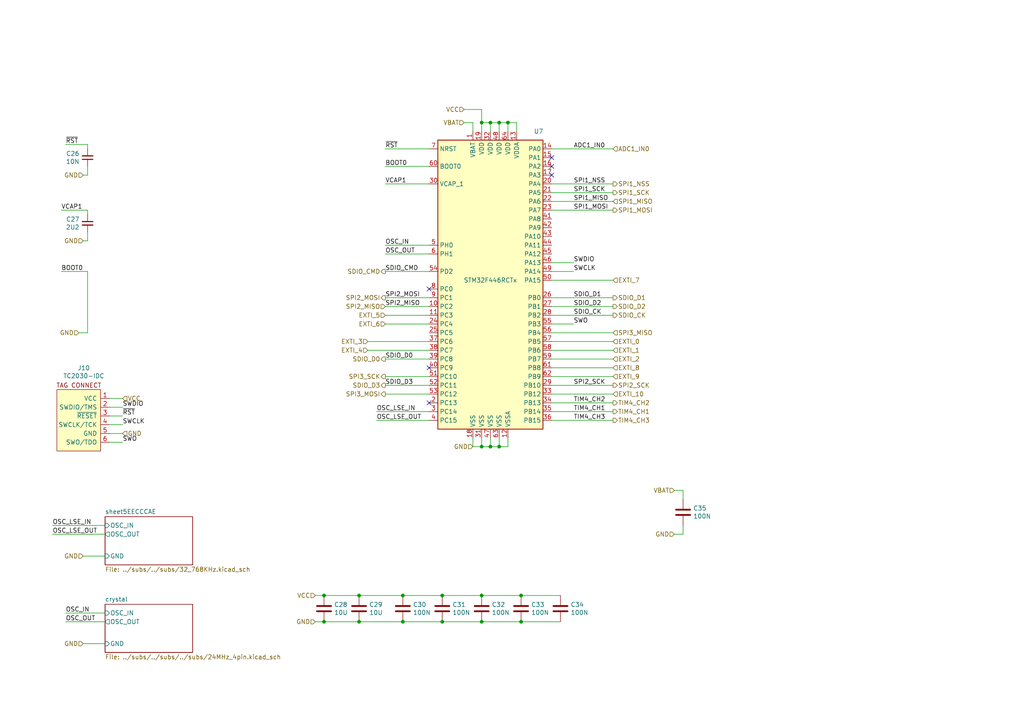
<source format=kicad_sch>
(kicad_sch (version 20211123) (generator eeschema)
  (paper "A4")
  (lib_symbols
    (symbol "Device:C" (pin_numbers hide) (pin_names (offset 0.254))
      (property "Reference" "C" (at 0.635 2.54 0))
      (property "Value" "C" (at 0.635 -2.54 0))
      (symbol "C_0_1"
        (polyline (pts (xy -2.032 -0.762) (xy 2.032 -0.762)) (stroke (width 0.508)))
        (polyline (pts (xy -2.032 0.762) (xy 2.032 0.762)) (stroke (width 0.508)))
      )
      (symbol "C_1_1"
        (pin passive line (at 0 3.81 270) (length 2.794) (name "~") (number "1"))
        (pin passive line (at 0 -3.81 90) (length 2.794) (name "~") (number "2"))
      )
    )
    (symbol "Device:C_Small" (pin_numbers hide) (pin_names (offset 0.254) hide)
      (property "Reference" "C" (at 0.254 1.778 0))
      (property "Value" "C_Small" (at 0.254 -2.032 0))
      (symbol "C_Small_0_1"
        (polyline (pts (xy -1.524 -0.508) (xy 1.524 -0.508)) (stroke (width 0.3302)))
        (polyline (pts (xy -1.524 0.508) (xy 1.524 0.508)) (stroke (width 0.3048)))
      )
      (symbol "C_Small_1_1"
        (pin passive line (at 0 2.54 270) (length 2.032) (name "~") (number "1"))
        (pin passive line (at 0 -2.54 90) (length 2.032) (name "~") (number "2"))
      )
    )
    (symbol "william_connectors:TC2030-IDC" (pin_names (offset 1.016))
      (property "Reference" "J" (at 10.16 -8.89 0))
      (property "Value" "TC2030-IDC" (at 1.27 -10.16 0))
      (symbol "TC2030-IDC_0_0"
        (text "TAG CONNECT" (at 1.27 10.16 0) (effects (font (size 1.27 1.27))))
      )
      (symbol "TC2030-IDC_0_1"
        (rectangle (start -5.08 -8.89) (end 7.62 8.89) (fill (type background)))
      )
      (symbol "TC2030-IDC_1_1"
        (pin power_in line (at -7.62 6.35 0) (length 2.54) (name "VCC") (number "1"))
        (pin bidirectional line (at -7.62 3.81 0) (length 2.54) (name "SWDIO/TMS") (number "2"))
        (pin output line (at -7.62 1.27 0) (length 2.54) (name "~{RESET}") (number "3"))
        (pin output line (at -7.62 -1.27 0) (length 2.54) (name "SWCLK/TCK") (number "4"))
        (pin power_in line (at -7.62 -3.81 0) (length 2.54) (name "GND") (number "5"))
        (pin input line (at -7.62 -6.35 0) (length 2.54) (name "SWO/TDO") (number "6"))
      )
    )
    (symbol "william_microcontrollers:STM32F446RCTx"
      (property "Reference" "U" (at -15.24 41.91 0))
      (property "Value" "STM32F446RCTx" (at 10.16 41.91 0))
      (symbol "STM32F446RCTx_0_1"
        (rectangle (start -15.24 -43.18) (end 15.24 40.64) (stroke (width 0.254)) (fill (type background)))
      )
      (symbol "STM32F446RCTx_1_1"
        (pin power_in line (at -5.08 43.18 270) (length 2.54) (name "VBAT") (number "1"))
        (pin tri_state line (at -17.78 -7.62 0) (length 2.54) (name "PC2") (number "10"))
        (pin tri_state line (at -17.78 -10.16 0) (length 2.54) (name "PC3") (number "11"))
        (pin power_in line (at 5.08 -45.72 90) (length 2.54) (name "VSSA") (number "12"))
        (pin power_in line (at 7.62 43.18 270) (length 2.54) (name "VDDA") (number "13"))
        (pin tri_state line (at 17.78 38.1 180) (length 2.54) (name "PA0") (number "14"))
        (pin tri_state line (at 17.78 35.56 180) (length 2.54) (name "PA1") (number "15"))
        (pin tri_state line (at 17.78 33.02 180) (length 2.54) (name "PA2") (number "16"))
        (pin tri_state line (at 17.78 30.48 180) (length 2.54) (name "PA3") (number "17"))
        (pin power_in line (at -5.08 -45.72 90) (length 2.54) (name "VSS") (number "18"))
        (pin power_in line (at -2.54 43.18 270) (length 2.54) (name "VDD") (number "19"))
        (pin tri_state line (at -17.78 -35.56 0) (length 2.54) (name "PC13") (number "2"))
        (pin tri_state line (at 17.78 27.94 180) (length 2.54) (name "PA4") (number "20"))
        (pin tri_state line (at 17.78 25.4 180) (length 2.54) (name "PA5") (number "21"))
        (pin tri_state line (at 17.78 22.86 180) (length 2.54) (name "PA6") (number "22"))
        (pin tri_state line (at 17.78 20.32 180) (length 2.54) (name "PA7") (number "23"))
        (pin tri_state line (at -17.78 -12.7 0) (length 2.54) (name "PC4") (number "24"))
        (pin tri_state line (at -17.78 -15.24 0) (length 2.54) (name "PC5") (number "25"))
        (pin tri_state line (at 17.78 -5.08 180) (length 2.54) (name "PB0") (number "26"))
        (pin tri_state line (at 17.78 -7.62 180) (length 2.54) (name "PB1") (number "27"))
        (pin tri_state line (at 17.78 -10.16 180) (length 2.54) (name "PB2") (number "28"))
        (pin tri_state line (at 17.78 -30.48 180) (length 2.54) (name "PB10") (number "29"))
        (pin tri_state line (at -17.78 -38.1 0) (length 2.54) (name "PC14") (number "3"))
        (pin power_out line (at -17.78 27.94 0) (length 2.54) (name "VCAP_1") (number "30"))
        (pin power_in line (at -2.54 -45.72 90) (length 2.54) (name "VSS") (number "31"))
        (pin power_in line (at 0 43.18 270) (length 2.54) (name "VDD") (number "32"))
        (pin tri_state line (at 17.78 -33.02 180) (length 2.54) (name "PB12") (number "33"))
        (pin tri_state line (at 17.78 -35.56 180) (length 2.54) (name "PB13") (number "34"))
        (pin tri_state line (at 17.78 -38.1 180) (length 2.54) (name "PB14") (number "35"))
        (pin tri_state line (at 17.78 -40.64 180) (length 2.54) (name "PB15") (number "36"))
        (pin tri_state line (at -17.78 -17.78 0) (length 2.54) (name "PC6") (number "37"))
        (pin tri_state line (at -17.78 -20.32 0) (length 2.54) (name "PC7") (number "38"))
        (pin tri_state line (at -17.78 -22.86 0) (length 2.54) (name "PC8") (number "39"))
        (pin tri_state line (at -17.78 -40.64 0) (length 2.54) (name "PC15") (number "4"))
        (pin tri_state line (at -17.78 -25.4 0) (length 2.54) (name "PC9") (number "40"))
        (pin tri_state line (at 17.78 17.78 180) (length 2.54) (name "PA8") (number "41"))
        (pin tri_state line (at 17.78 15.24 180) (length 2.54) (name "PA9") (number "42"))
        (pin tri_state line (at 17.78 12.7 180) (length 2.54) (name "PA10") (number "43"))
        (pin tri_state line (at 17.78 10.16 180) (length 2.54) (name "PA11") (number "44"))
        (pin tri_state line (at 17.78 7.62 180) (length 2.54) (name "PA12") (number "45"))
        (pin tri_state line (at 17.78 5.08 180) (length 2.54) (name "PA13") (number "46"))
        (pin power_in line (at 0 -45.72 90) (length 2.54) (name "VSS") (number "47"))
        (pin power_in line (at 2.54 43.18 270) (length 2.54) (name "VDD") (number "48"))
        (pin tri_state line (at 17.78 2.54 180) (length 2.54) (name "PA14") (number "49"))
        (pin tri_state line (at -17.78 10.16 0) (length 2.54) (name "PH0") (number "5"))
        (pin tri_state line (at 17.78 0 180) (length 2.54) (name "PA15") (number "50"))
        (pin tri_state line (at -17.78 -27.94 0) (length 2.54) (name "PC10") (number "51"))
        (pin tri_state line (at -17.78 -30.48 0) (length 2.54) (name "PC11") (number "52"))
        (pin tri_state line (at -17.78 -33.02 0) (length 2.54) (name "PC12") (number "53"))
        (pin tri_state line (at -17.78 2.54 0) (length 2.54) (name "PD2") (number "54"))
        (pin tri_state line (at 17.78 -12.7 180) (length 2.54) (name "PB3") (number "55"))
        (pin tri_state line (at 17.78 -15.24 180) (length 2.54) (name "PB4") (number "56"))
        (pin tri_state line (at 17.78 -17.78 180) (length 2.54) (name "PB5") (number "57"))
        (pin tri_state line (at 17.78 -20.32 180) (length 2.54) (name "PB6") (number "58"))
        (pin tri_state line (at 17.78 -22.86 180) (length 2.54) (name "PB7") (number "59"))
        (pin tri_state line (at -17.78 7.62 0) (length 2.54) (name "PH1") (number "6"))
        (pin input line (at -17.78 33.02 0) (length 2.54) (name "BOOT0") (number "60"))
        (pin passive line (at 17.78 -25.4 180) (length 2.54) (name "PB8") (number "61"))
        (pin tri_state line (at 17.78 -27.94 180) (length 2.54) (name "PB9") (number "62"))
        (pin power_in line (at 2.54 -45.72 90) (length 2.54) (name "VSS") (number "63"))
        (pin power_in line (at 5.08 43.18 270) (length 2.54) (name "VDD") (number "64"))
        (pin input line (at -17.78 38.1 0) (length 2.54) (name "NRST") (number "7"))
        (pin tri_state line (at -17.78 -2.54 0) (length 2.54) (name "PC0") (number "8"))
        (pin tri_state line (at -17.78 -5.08 0) (length 2.54) (name "PC1") (number "9"))
      )
    )
  )
  (junction (at 93.98 180.34))
  (junction (at 139.7 180.34))
  (junction (at 116.84 172.72))
  (junction (at 104.14 172.72))
  (junction (at 142.24 35.56))
  (junction (at 139.7 35.56))
  (junction (at 116.84 180.34))
  (junction (at 139.7 129.54))
  (junction (at 128.27 172.72))
  (junction (at 144.78 35.56))
  (junction (at 93.98 172.72))
  (junction (at 151.13 172.72))
  (junction (at 128.27 180.34))
  (junction (at 104.14 180.34))
  (junction (at 147.32 35.56))
  (junction (at 142.24 129.54))
  (junction (at 139.7 172.72))
  (junction (at 144.78 129.54))
  (junction (at 151.13 180.34))
  (no_connect (at 124.46 83.82))
  (no_connect (at 124.46 116.84))
  (no_connect (at 160.02 50.8))
  (no_connect (at 124.46 106.68))
  (no_connect (at 160.02 48.26))
  (no_connect (at 160.02 45.72))
  (wire (pts (xy 25.4 60.96) (xy 17.78 60.96)))
  (wire (pts (xy 198.12 154.94) (xy 198.12 152.4)))
  (wire (pts (xy 24.13 50.8) (xy 25.4 50.8)))
  (wire (pts (xy 160.02 121.92) (xy 177.8 121.92)))
  (wire (pts (xy 160.02 60.96) (xy 177.8 60.96)))
  (wire (pts (xy 144.78 129.54) (xy 144.78 127)))
  (wire (pts (xy 31.75 118.11) (xy 35.56 118.11)))
  (wire (pts (xy 177.8 109.22) (xy 160.02 109.22)))
  (wire (pts (xy 31.75 120.65) (xy 35.56 120.65)))
  (wire (pts (xy 104.14 180.34) (xy 116.84 180.34)))
  (wire (pts (xy 93.98 172.72) (xy 104.14 172.72)))
  (wire (pts (xy 24.13 161.29) (xy 30.48 161.29)))
  (wire (pts (xy 111.76 78.74) (xy 124.46 78.74)))
  (wire (pts (xy 22.86 96.52) (xy 25.4 96.52)))
  (wire (pts (xy 111.76 53.34) (xy 124.46 53.34)))
  (wire (pts (xy 111.76 104.14) (xy 124.46 104.14)))
  (wire (pts (xy 177.8 114.3) (xy 160.02 114.3)))
  (wire (pts (xy 25.4 78.74) (xy 25.4 96.52)))
  (wire (pts (xy 160.02 55.88) (xy 177.8 55.88)))
  (wire (pts (xy 160.02 53.34) (xy 177.8 53.34)))
  (wire (pts (xy 91.44 180.34) (xy 93.98 180.34)))
  (wire (pts (xy 142.24 129.54) (xy 144.78 129.54)))
  (wire (pts (xy 124.46 99.06) (xy 106.68 99.06)))
  (wire (pts (xy 93.98 180.34) (xy 104.14 180.34)))
  (wire (pts (xy 177.8 96.52) (xy 160.02 96.52)))
  (wire (pts (xy 160.02 43.18) (xy 177.8 43.18)))
  (wire (pts (xy 142.24 35.56) (xy 142.24 38.1)))
  (wire (pts (xy 17.78 78.74) (xy 25.4 78.74)))
  (wire (pts (xy 116.84 172.72) (xy 128.27 172.72)))
  (wire (pts (xy 144.78 129.54) (xy 147.32 129.54)))
  (wire (pts (xy 142.24 129.54) (xy 142.24 127)))
  (wire (pts (xy 109.22 119.38) (xy 124.46 119.38)))
  (wire (pts (xy 137.16 129.54) (xy 139.7 129.54)))
  (wire (pts (xy 104.14 172.72) (xy 116.84 172.72)))
  (wire (pts (xy 147.32 35.56) (xy 149.86 35.56)))
  (wire (pts (xy 25.4 62.23) (xy 25.4 60.96)))
  (wire (pts (xy 124.46 88.9) (xy 111.76 88.9)))
  (wire (pts (xy 24.13 69.85) (xy 25.4 69.85)))
  (wire (pts (xy 147.32 129.54) (xy 147.32 127)))
  (wire (pts (xy 111.76 93.98) (xy 124.46 93.98)))
  (wire (pts (xy 111.76 109.22) (xy 124.46 109.22)))
  (wire (pts (xy 198.12 144.78) (xy 198.12 142.24)))
  (wire (pts (xy 142.24 35.56) (xy 144.78 35.56)))
  (wire (pts (xy 128.27 172.72) (xy 139.7 172.72)))
  (wire (pts (xy 111.76 91.44) (xy 124.46 91.44)))
  (wire (pts (xy 139.7 129.54) (xy 139.7 127)))
  (wire (pts (xy 24.13 186.69) (xy 30.48 186.69)))
  (wire (pts (xy 147.32 35.56) (xy 147.32 38.1)))
  (wire (pts (xy 19.05 177.8) (xy 30.48 177.8)))
  (wire (pts (xy 25.4 50.8) (xy 25.4 48.26)))
  (wire (pts (xy 149.86 35.56) (xy 149.86 38.1)))
  (wire (pts (xy 111.76 111.76) (xy 124.46 111.76)))
  (wire (pts (xy 35.56 123.19) (xy 31.75 123.19)))
  (wire (pts (xy 177.8 81.28) (xy 160.02 81.28)))
  (wire (pts (xy 25.4 67.31) (xy 25.4 69.85)))
  (wire (pts (xy 144.78 35.56) (xy 147.32 35.56)))
  (wire (pts (xy 111.76 86.36) (xy 124.46 86.36)))
  (wire (pts (xy 137.16 35.56) (xy 137.16 38.1)))
  (wire (pts (xy 160.02 119.38) (xy 177.8 119.38)))
  (wire (pts (xy 35.56 128.27) (xy 31.75 128.27)))
  (wire (pts (xy 160.02 116.84) (xy 177.8 116.84)))
  (wire (pts (xy 160.02 99.06) (xy 177.8 99.06)))
  (wire (pts (xy 111.76 71.12) (xy 124.46 71.12)))
  (wire (pts (xy 139.7 172.72) (xy 151.13 172.72)))
  (wire (pts (xy 160.02 58.42) (xy 177.8 58.42)))
  (wire (pts (xy 25.4 41.91) (xy 25.4 43.18)))
  (wire (pts (xy 144.78 35.56) (xy 144.78 38.1)))
  (wire (pts (xy 139.7 31.75) (xy 134.62 31.75)))
  (wire (pts (xy 124.46 73.66) (xy 111.76 73.66)))
  (wire (pts (xy 15.24 152.4) (xy 30.48 152.4)))
  (wire (pts (xy 15.24 154.94) (xy 30.48 154.94)))
  (wire (pts (xy 139.7 35.56) (xy 139.7 38.1)))
  (wire (pts (xy 160.02 88.9) (xy 177.8 88.9)))
  (wire (pts (xy 160.02 111.76) (xy 177.8 111.76)))
  (wire (pts (xy 160.02 86.36) (xy 177.8 86.36)))
  (wire (pts (xy 198.12 142.24) (xy 195.58 142.24)))
  (wire (pts (xy 19.05 180.34) (xy 30.48 180.34)))
  (wire (pts (xy 111.76 48.26) (xy 124.46 48.26)))
  (wire (pts (xy 166.37 78.74) (xy 160.02 78.74)))
  (wire (pts (xy 139.7 129.54) (xy 142.24 129.54)))
  (wire (pts (xy 35.56 115.57) (xy 31.75 115.57)))
  (wire (pts (xy 124.46 114.3) (xy 111.76 114.3)))
  (wire (pts (xy 109.22 121.92) (xy 124.46 121.92)))
  (wire (pts (xy 128.27 180.34) (xy 139.7 180.34)))
  (wire (pts (xy 111.76 43.18) (xy 124.46 43.18)))
  (wire (pts (xy 124.46 101.6) (xy 106.68 101.6)))
  (wire (pts (xy 166.37 76.2) (xy 160.02 76.2)))
  (wire (pts (xy 160.02 91.44) (xy 177.8 91.44)))
  (wire (pts (xy 137.16 127) (xy 137.16 129.54)))
  (wire (pts (xy 134.62 35.56) (xy 137.16 35.56)))
  (wire (pts (xy 195.58 154.94) (xy 198.12 154.94)))
  (wire (pts (xy 116.84 180.34) (xy 128.27 180.34)))
  (wire (pts (xy 160.02 104.14) (xy 177.8 104.14)))
  (wire (pts (xy 139.7 180.34) (xy 151.13 180.34)))
  (wire (pts (xy 19.05 41.91) (xy 25.4 41.91)))
  (wire (pts (xy 160.02 101.6) (xy 177.8 101.6)))
  (wire (pts (xy 151.13 172.72) (xy 162.56 172.72)))
  (wire (pts (xy 151.13 180.34) (xy 162.56 180.34)))
  (wire (pts (xy 91.44 172.72) (xy 93.98 172.72)))
  (wire (pts (xy 139.7 31.75) (xy 139.7 35.56)))
  (wire (pts (xy 177.8 106.68) (xy 160.02 106.68)))
  (wire (pts (xy 31.75 125.73) (xy 35.56 125.73)))
  (wire (pts (xy 139.7 35.56) (xy 142.24 35.56)))
  (wire (pts (xy 166.37 93.98) (xy 160.02 93.98)))
  (label "SWCLK" (at 166.37 78.74 0))
  (label "SWO" (at 166.37 93.98 0))
  (label "VCAP1" (at 111.76 53.34 0))
  (label "OSC_LSE_OUT" (at 15.24 154.94 0))
  (label "SPI2_SCK" (at 166.37 111.76 0))
  (label "ADC1_IN0" (at 166.37 43.18 0))
  (label "SPI2_MOSI" (at 111.76 86.36 0))
  (label "SWDIO" (at 166.37 76.2 0))
  (label "SPI2_MISO" (at 111.76 88.9 0))
  (label "OSC_LSE_IN" (at 109.22 119.38 0))
  (label "SDIO_CMD" (at 111.76 78.74 0))
  (label "TIM4_CH1" (at 166.37 119.38 0))
  (label "SPI1_MOSI" (at 166.37 60.96 0))
  (label "SDIO_D3" (at 111.76 111.76 0))
  (label "OSC_OUT" (at 111.76 73.66 0))
  (label "SWCLK" (at 35.56 123.19 0))
  (label "~{RST}" (at 111.76 43.18 0))
  (label "SPI1_SCK" (at 166.37 55.88 0))
  (label "TIM4_CH3" (at 166.37 121.92 0))
  (label "OSC_IN" (at 111.76 71.12 0))
  (label "~{RST}" (at 35.56 120.65 0))
  (label "SDIO_D1" (at 166.37 86.36 0))
  (label "VCAP1" (at 17.78 60.96 0))
  (label "TIM4_CH2" (at 166.37 116.84 0))
  (label "SDIO_D2" (at 166.37 88.9 0))
  (label "SPI1_MISO" (at 166.37 58.42 0))
  (label "~{RST}" (at 19.05 41.91 0))
  (label "SWO" (at 35.56 128.27 0))
  (label "SWDIO" (at 35.56 118.11 0))
  (label "SDIO_D0" (at 111.76 104.14 0))
  (label "SPI1_NSS" (at 166.37 53.34 0))
  (label "BOOT0" (at 17.78 78.74 0))
  (label "OSC_LSE_IN" (at 15.24 152.4 0))
  (label "BOOT0" (at 111.76 48.26 0))
  (label "OSC_OUT" (at 19.05 180.34 0))
  (label "OSC_IN" (at 19.05 177.8 0))
  (label "SDIO_CK" (at 166.37 91.44 0))
  (label "OSC_LSE_OUT" (at 109.22 121.92 0))
  (hierarchical_label "GND" (shape input) (at 91.44 180.34 180))
  (hierarchical_label "SPI1_MOSI" (shape output) (at 177.8 60.96 0))
  (hierarchical_label "EXTI_0" (shape input) (at 177.8 99.06 0))
  (hierarchical_label "GND" (shape input) (at 137.16 129.54 180))
  (hierarchical_label "VCC" (shape input) (at 134.62 31.75 180))
  (hierarchical_label "EXTI_8" (shape input) (at 177.8 106.68 0))
  (hierarchical_label "SPI3_MISO" (shape input) (at 177.8 96.52 0))
  (hierarchical_label "EXTI_6" (shape input) (at 111.76 93.98 180))
  (hierarchical_label "EXTI_10" (shape input) (at 177.8 114.3 0))
  (hierarchical_label "SPI1_MISO" (shape input) (at 177.8 58.42 0))
  (hierarchical_label "VCC" (shape input) (at 91.44 172.72 180))
  (hierarchical_label "SDIO_CMD" (shape output) (at 111.76 78.74 180))
  (hierarchical_label "SPI2_MISO" (shape input) (at 111.76 88.9 180))
  (hierarchical_label "SDIO_D0" (shape output) (at 111.76 104.14 180))
  (hierarchical_label "EXTI_5" (shape input) (at 111.76 91.44 180))
  (hierarchical_label "EXTI_3" (shape input) (at 106.68 99.06 180))
  (hierarchical_label "EXTI_1" (shape input) (at 177.8 101.6 0))
  (hierarchical_label "SDIO_D1" (shape output) (at 177.8 86.36 0))
  (hierarchical_label "GND" (shape input) (at 24.13 50.8 180))
  (hierarchical_label "SPI2_MOSI" (shape output) (at 111.76 86.36 180))
  (hierarchical_label "TIM4_CH3" (shape output) (at 177.8 121.92 0))
  (hierarchical_label "TIM4_CH2" (shape output) (at 177.8 116.84 0))
  (hierarchical_label "GND" (shape input) (at 24.13 161.29 180))
  (hierarchical_label "SDIO_CK" (shape output) (at 177.8 91.44 0))
  (hierarchical_label "EXTI_4" (shape input) (at 106.68 101.6 180))
  (hierarchical_label "GND" (shape input) (at 24.13 186.69 180))
  (hierarchical_label "VCC" (shape input) (at 35.56 115.57 0))
  (hierarchical_label "VBAT" (shape input) (at 195.58 142.24 180))
  (hierarchical_label "SPI1_SCK" (shape output) (at 177.8 55.88 0))
  (hierarchical_label "SPI2_SCK" (shape output) (at 177.8 111.76 0))
  (hierarchical_label "EXTI_7" (shape input) (at 177.8 81.28 0))
  (hierarchical_label "SPI1_NSS" (shape output) (at 177.8 53.34 0))
  (hierarchical_label "SDIO_D3" (shape output) (at 111.76 111.76 180))
  (hierarchical_label "SDIO_D2" (shape output) (at 177.8 88.9 0))
  (hierarchical_label "GND" (shape input) (at 195.58 154.94 180))
  (hierarchical_label "SPI3_SCK" (shape output) (at 111.76 109.22 180))
  (hierarchical_label "GND" (shape input) (at 35.56 125.73 0))
  (hierarchical_label "GND" (shape input) (at 24.13 69.85 180))
  (hierarchical_label "TIM4_CH1" (shape output) (at 177.8 119.38 0))
  (hierarchical_label "ADC1_IN0" (shape input) (at 177.8 43.18 0))
  (hierarchical_label "EXTI_9" (shape input) (at 177.8 109.22 0))
  (hierarchical_label "VBAT" (shape input) (at 134.62 35.56 180))
  (hierarchical_label "EXTI_2" (shape input) (at 177.8 104.14 0))
  (hierarchical_label "GND" (shape input) (at 22.86 96.52 180))
  (hierarchical_label "SPI3_MOSI" (shape output) (at 111.76 114.3 180))
  (symbol (lib_id "Device:C_Small") (at 25.4 64.77 0) (mirror y) (unit 1)
    (property "Reference" "C27" (at 23.0632 63.6016 0) (effects (justify left)))
    (property "Value" "2U2" (at 23.0632 65.913 0) (effects (justify left)))
    (property "Footprint" "Capacitor_SMD:C_0805_2012Metric" (effects hide))
  )
  (symbol (lib_id "Device:C") (at 104.14 176.53 0) (unit 1)
    (property "Reference" "C29" (at 107.061 175.3616 0) (effects (justify left)))
    (property "Value" "10U" (at 107.061 177.673 0) (effects (justify left)))
    (property "Footprint" "Capacitor_SMD:C_0805_2012Metric" (effects hide))
  )
  (symbol (lib_id "Device:C") (at 116.84 176.53 0) (unit 1)
    (property "Reference" "C30" (at 119.761 175.3616 0) (effects (justify left)))
    (property "Value" "100N" (at 119.761 177.673 0) (effects (justify left)))
    (property "Footprint" "Capacitor_SMD:C_0603_1608Metric" (effects hide))
  )
  (symbol (lib_id "Device:C") (at 93.98 176.53 0) (unit 1)
    (property "Reference" "C28" (at 96.901 175.3616 0) (effects (justify left)))
    (property "Value" "10U" (at 96.901 177.673 0) (effects (justify left)))
    (property "Footprint" "Capacitor_SMD:C_0805_2012Metric" (effects hide))
  )
  (symbol (lib_id "Device:C_Small") (at 25.4 45.72 0) (mirror x) (unit 1)
    (property "Reference" "C26" (at 23.0632 44.5516 0) (effects (justify right)))
    (property "Value" "10N" (at 23.0632 46.863 0) (effects (justify right)))
    (property "Footprint" "Capacitor_SMD:C_0603_1608Metric" (effects hide))
  )
  (symbol (lib_id "Device:C") (at 128.27 176.53 0) (unit 1)
    (property "Reference" "C31" (at 131.191 175.3616 0) (effects (justify left)))
    (property "Value" "100N" (at 131.191 177.673 0) (effects (justify left)))
    (property "Footprint" "Capacitor_SMD:C_0603_1608Metric" (effects hide))
  )
  (symbol (lib_id "Device:C") (at 139.7 176.53 0) (unit 1)
    (property "Reference" "C32" (at 142.621 175.3616 0) (effects (justify left)))
    (property "Value" "100N" (at 142.621 177.673 0) (effects (justify left)))
    (property "Footprint" "Capacitor_SMD:C_0603_1608Metric" (effects hide))
  )
  (symbol (lib_id "Device:C") (at 151.13 176.53 0) (unit 1)
    (property "Reference" "C33" (at 154.051 175.3616 0) (effects (justify left)))
    (property "Value" "100N" (at 154.051 177.673 0) (effects (justify left)))
    (property "Footprint" "Capacitor_SMD:C_0603_1608Metric" (effects hide))
  )
  (symbol (lib_id "Device:C") (at 162.56 176.53 0) (unit 1)
    (property "Reference" "C34" (at 165.481 175.3616 0) (effects (justify left)))
    (property "Value" "100N" (at 165.481 177.673 0) (effects (justify left)))
    (property "Footprint" "Capacitor_SMD:C_0603_1608Metric" (effects hide))
  )
  (symbol (lib_id "william_connectors:TC2030-IDC") (at 24.13 121.92 0) (mirror y) (unit 1)
    (property "Reference" "J10" (at 24.3078 106.7308 0))
    (property "Value" "TC2030-IDC" (at 24.3078 109.0422 0))
    (property "Footprint" "Connector:Tag-Connect_TC2030-IDC-NL_2x03_P1.27mm_Vertical" (effects hide))
    (property "Datasheet" "http://www.tag-connect.com/Materials/TC2030-IDC.pdf" (effects hide))
  )
  (symbol (lib_id "william_microcontrollers:STM32F446RCTx") (at 142.24 81.28 0) (unit 1)
    (property "Reference" "U7" (at 156.21 38.1 0))
    (property "Value" "STM32F446RCTx" (at 142.24 81.28 0))
    (property "Footprint" "Package_QFP:LQFP-64_10x10mm_P0.5mm" (effects hide))
    (property "Datasheet" "http://www.st.com/st-web-ui/static/active/en/resource/technical/document/datasheet/DM00141306.pdf" (effects hide))
  )
  (symbol (lib_id "Device:C") (at 198.12 148.59 0) (unit 1)
    (property "Reference" "C35" (at 201.041 147.4216 0) (effects (justify left)))
    (property "Value" "100N" (at 201.041 149.733 0) (effects (justify left)))
    (property "Footprint" "Capacitor_SMD:C_0603_1608Metric" (effects hide))
  )
  (sheet (at 30.48 175.26) (size 25.4 13.97)
    (property "Sheet name" "crystal" (at 30.48 174.5484 0) (effects (justify left bottom)))
    (property "Sheet file" "../subs/../subs/../subs/24MHz_4pin.kicad_sch" (at 30.48 189.8146 0) (effects (justify left top)))
    (pin "GND" input (at 30.48 186.69 180))
    (pin "OSC_IN" input (at 30.48 177.8 180))
    (pin "OSC_OUT" output (at 30.48 180.34 180))
  )
  (sheet (at 30.48 149.86) (size 25.4 13.97)
    (property "Sheet name" "sheet5EECCCAE" (at 30.48 149.1484 0) (effects (justify left bottom)))
    (property "Sheet file" "../subs/../subs/32_768KHz.kicad_sch" (at 30.48 164.4146 0) (effects (justify left top)))
    (pin "GND" input (at 30.48 161.29 180))
    (pin "OSC_IN" input (at 30.48 152.4 180))
    (pin "OSC_OUT" output (at 30.48 154.94 180))
  )
)
</source>
